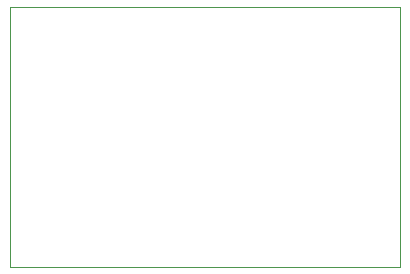
<source format=gbr>
G04 #@! TF.GenerationSoftware,KiCad,Pcbnew,7.0.0*
G04 #@! TF.CreationDate,2024-03-13T15:51:31+01:00*
G04 #@! TF.ProjectId,breakoutBoard_extended,62726561-6b6f-4757-9442-6f6172645f65,rev?*
G04 #@! TF.SameCoordinates,Original*
G04 #@! TF.FileFunction,Profile,NP*
%FSLAX46Y46*%
G04 Gerber Fmt 4.6, Leading zero omitted, Abs format (unit mm)*
G04 Created by KiCad (PCBNEW 7.0.0) date 2024-03-13 15:51:31*
%MOMM*%
%LPD*%
G01*
G04 APERTURE LIST*
G04 #@! TA.AperFunction,Profile*
%ADD10C,0.100000*%
G04 #@! TD*
G04 APERTURE END LIST*
D10*
X41000000Y-53000000D02*
X74000000Y-53000000D01*
X74000000Y-53000000D02*
X74000000Y-31000000D01*
X74000000Y-31000000D02*
X41000000Y-31000000D01*
X41000000Y-31000000D02*
X41000000Y-53000000D01*
M02*

</source>
